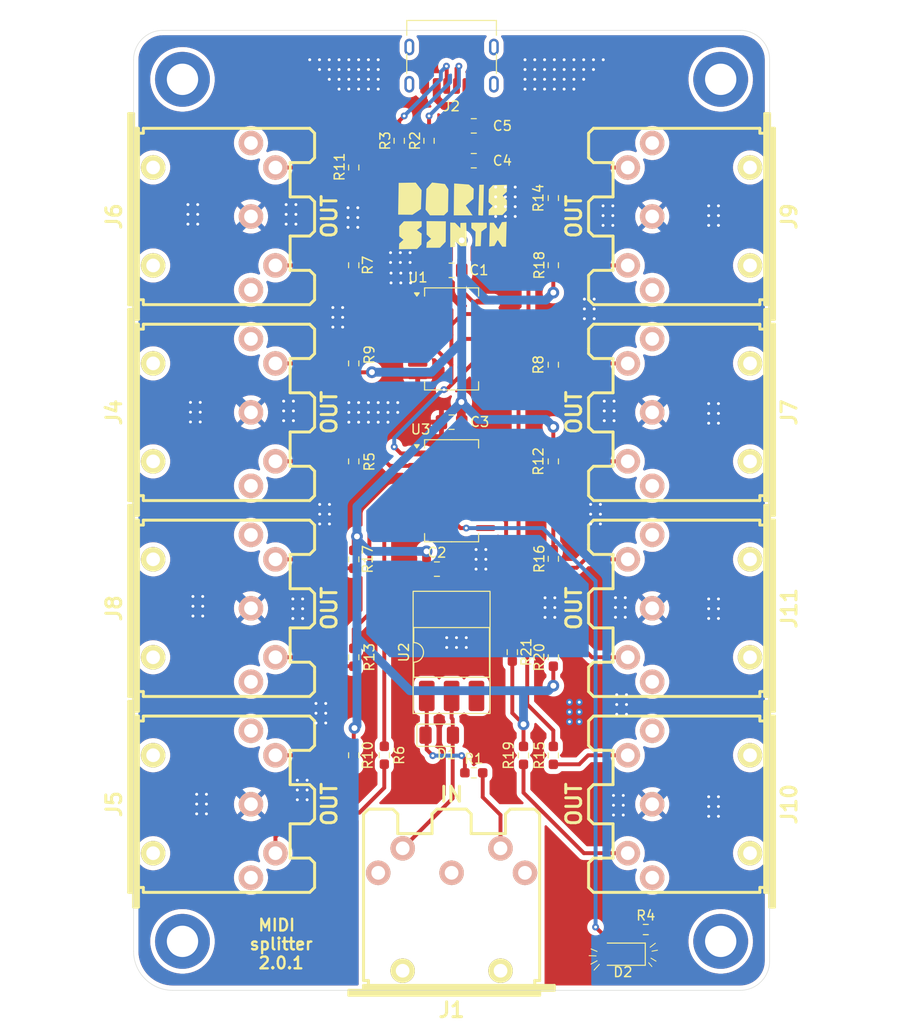
<source format=kicad_pcb>
(kicad_pcb (version 20241229) (generator "pcbnew") (generator_version "9.0")
  (layers (0 "F.Cu" signal) (2 "B.Cu" signal) (13 "F.Paste" user) (15 "B.Paste" user) (5 "F.SilkS" user "F.Silkscreen") (7 "B.SilkS" user "B.Silkscreen") (1 "F.Mask" user) (3 "B.Mask" user) (25 "Edge.Cuts" user))
  (net 0 "")
  (net 1 "+5V")
  (net 2 "GND")
  (net 3 "Net-(D1-K)")
  (net 4 "/MIDI_SIG")
  (net 5 "Net-(D2-K)")
  (net 6 "Net-(J1-Pad4)")
  (net 12 "Net-(J2-CC1)")
  (net 14 "Net-(J4-Pad4)")
  (net 15 "Net-(J4-Pad5)")
  (net 18 "Net-(J5-Pad5)")
  (net 19 "Net-(J5-Pad4)")
  (net 23 "Net-(J6-Pad4)")
  (net 24 "Net-(J6-Pad5)")
  (net 26 "Net-(J7-Pad4)")
  (net 27 "Net-(J7-Pad5)")
  (net 31 "Net-(J8-Pad4)")
  (net 33 "Net-(J9-Pad4)")
  (net 36 "Net-(J2-CC2)")
  (net 38 "Net-(J9-Pad5)")
  (net 39 "Net-(J10-Pad4)")
  (net 40 "Net-(J10-Pad5)")
  (net 42 "Net-(D1-A)")
  (net 45 "Net-(J11-Pad5)")
  (net 46 "Net-(J11-Pad4)")
  (net 47 "Net-(J8-Pad5)")
  (net 49 "Net-(R5-Pad2)")
  (net 50 "Net-(R6-Pad2)")
  (net 51 "Net-(R7-Pad2)")
  (net 52 "Net-(R8-Pad2)")
  (net 53 "Net-(R13-Pad2)")
  (net 54 "Net-(R14-Pad2)")
  (net 55 "Net-(R15-Pad2)")
  (net 56 "Net-(R16-Pad2)")
  (net 59 "Net-(R21-Pad1)")
  (footprint "Eurocad:MIDI_DIN5" (layer "F.Cu") (at 197 117 90)
    (property "Reference" "J10")
    (property "Value" "OUT")
  )
  (footprint "Resistor_SMD:R_0603_1608Metric_Pad0.98x0.95mm_HandSolder" (layer "F.Cu") (at 163.5 72 90)
    (property "Reference" "R9")
    (property "Value" "220")
  )
  (footprint "Capacitor_SMD:C_0805_2012Metric_Pad1.18x1.45mm_HandSolder" (layer "F.Cu") (at 172 93)
    (property "Reference" "C2")
    (property "Value" "100n")
  )
  (footprint "Capacitor_SMD:C_0805_2012Metric_Pad1.18x1.45mm_HandSolder" (layer "F.Cu") (at 175.768 51.308)
    (property "Reference" "C4")
    (property "Value" "1u")
  )
  (footprint "Resistor_SMD:R_0603_1608Metric_Pad0.98x0.95mm_HandSolder" (layer "F.Cu") (at 183.896 61.976 90)
    (property "Reference" "R18")
    (property "Value" "220")
  )
  (footprint "Resistor_SMD:R_0603_1608Metric_Pad0.98x0.95mm_HandSolder" (layer "F.Cu") (at 163.5 61.976 -90)
    (property "Reference" "R7")
    (property "Value" "220")
  )
  (footprint "Capacitor_SMD:C_0805_2012Metric_Pad1.18x1.45mm_HandSolder" (layer "F.Cu") (at 175.768 47.752)
    (property "Reference" "C5")
    (property "Value" "100n")
  )
  (footprint "Eurocad:MIDI_DIN5" (layer "F.Cu") (at 150 117 -90)
    (property "Reference" "J5")
    (property "Value" "OUT")
  )
  (footprint "Resistor_SMD:R_0603_1608Metric_Pad0.98x0.95mm_HandSolder" (layer "F.Cu") (at 183.896 91.948 90)
    (property "Reference" "R16")
    (property "Value" "220")
  )
  (footprint "Resistor_SMD:R_0603_1608Metric_Pad0.98x0.95mm_HandSolder" (layer "F.Cu") (at 183.896 55.118 -90)
    (property "Reference" "R14")
    (property "Value" "220")
  )
  (footprint "Resistor_SMD:R_0603_1608Metric_Pad0.98x0.95mm_HandSolder" (layer "F.Cu") (at 168.148 49.276 90)
    (property "Reference" "R3")
    (property "Value" "5.1k")
  )
  (footprint "Resistor_SMD:R_0603_1608Metric_Pad0.98x0.95mm_HandSolder" (layer "F.Cu") (at 183.896 102 90)
    (property "Reference" "R20")
    (property "Value" "220")
  )
  (footprint "Eurocad:MIDI_DIN5" (layer "F.Cu") (at 197 97 90)
    (property "Reference" "J11")
    (property "Value" "OUT")
  )
  (footprint "Eurocad:MIDI_DIN5" (layer "F.Cu") (at 150 57 -90)
    (property "Reference" "J6")
    (property "Value" "OUT")
  )
  (footprint "MountingHole:MountingHole_3.2mm_M3_DIN965_Pad_TopBottom" (layer "F.Cu") (at 146 43)
    (property "Reference" "")
    (property "Value" "MountingHole_3.2mm_M3_DIN965_Pad_TopBottom")
  )
  (footprint "Resistor_SMD:R_0603_1608Metric_Pad0.98x0.95mm_HandSolder" (layer "F.Cu") (at 183.896 72.136 -90)
    (property "Reference" "R8")
    (property "Value" "220")
  )
  (footprint "Resistor_SMD:R_0603_1608Metric_Pad0.98x0.95mm_HandSolder" (layer "F.Cu") (at 175.768 113.792)
    (property "Reference" "R1")
    (property "Value" "220")
  )
  (footprint "LED_SMD:LED_1206_3216Metric" (layer "F.Cu") (at 191.008 132.3086 180)
    (property "Reference" "D2")
    (property "Value" "LED")
  )
  (footprint "MountingHole:MountingHole_3.2mm_M3_DIN965_Pad_TopBottom" (layer "F.Cu") (at 201 131)
    (property "Reference" "")
    (property "Value" "MountingHole_3.2mm_M3_DIN965_Pad_TopBottom")
  )
  (footprint "MountingHole:MountingHole_3.2mm_M3_DIN965_Pad_TopBottom" (layer "F.Cu") (at 146 131)
    (property "Reference" "")
    (property "Value" "MountingHole_3.2mm_M3_DIN965_Pad_TopBottom")
  )
  (footprint "Resistor_SMD:R_0603_1608Metric_Pad0.98x0.95mm_HandSolder" (layer "F.Cu") (at 166.624 112 90)
    (property "Reference" "R6")
    (property "Value" "220")
  )
  (footprint "Resistor_SMD:R_0603_1608Metric_Pad0.98x0.95mm_HandSolder" (layer "F.Cu") (at 183.896 82 -90)
    (property "Reference" "R12")
    (property "Value" "220")
  )
  (footprint "Package_SO:SO-14_5.3x10.2mm_P1.27mm" (layer "F.Cu") (at 173.5 69.5)
    (property "Reference" "U1")
    (property "Value" "74HC14")
  )
  (footprint "Diode_SMD:D_1206_3216Metric" (layer "F.Cu") (at 172.2374 109.9566)
    (property "Reference" "D1")
    (property "Value" "1N4148WT")
  )
  (footprint "Eurocad:MIDI_DIN5" (layer "F.Cu") (at 197 77 90)
    (property "Reference" "J7")
    (property "Value" "OUT")
  )
  (footprint "Capacitor_SMD:C_0805_2012Metric_Pad1.18x1.45mm_HandSolder" (layer "F.Cu") (at 173.5 78 180)
    (property "Reference" "C3")
    (property "Value" "100n")
  )
  (footprint "Resistor_SMD:R_0603_1608Metric_Pad0.98x0.95mm_HandSolder" (layer "F.Cu") (at 163.5 52 90)
    (property "Reference" "R11")
    (property "Value" "220")
  )
  (footprint "Package_DIP:DIP-6_W8.89mm_SMDSocket_LongPads" (layer "F.Cu") (at 173.5 101.5 90)
    (property "Reference" "U2")
    (property "Value" "H11L1")
  )
  (footprint "Resistor_SMD:R_0603_1608Metric_Pad0.98x0.95mm_HandSolder" (layer "F.Cu") (at 180.848 112.014 -90)
    (property "Reference" "R19")
    (property "Value" "220")
  )
  (footprint "MountingHole:MountingHole_3.2mm_M3_DIN965_Pad_TopBottom" (layer "F.Cu") (at 201 43)
    (property "Reference" "")
    (property "Value" "MountingHole_3.2mm_M3_DIN965_Pad_TopBottom")
  )
  (footprint "Capacitor_SMD:C_0805_2012Metric_Pad1.18x1.45mm_HandSolder" (layer "F.Cu") (at 173.5 62.5 180)
    (property "Reference" "C1")
    (property "Value" "100n")
  )
  (footprint "Eurocad:MIDI_DIN5" (layer "F.Cu") (at 150 77 -90)
    (property "Reference" "J4")
    (property "Value" "OUT")
  )
  (footprint "Resistor_SMD:R_0603_1608Metric_Pad0.98x0.95mm_HandSolder" (layer "F.Cu") (at 163.5 112 -90)
    (property "Reference" "R10")
    (property "Value" "220")
  )
  (footprint "Eurocad:MIDI_DIN5" (layer "F.Cu") (at 197 57 90)
    (property "Reference" "J9")
    (property "Value" "OUT")
  )
  (footprint "Resistor_SMD:R_0603_1608Metric_Pad0.98x0.95mm_HandSolder" (layer "F.Cu") (at 171.196 49.276 90)
    (property "Reference" "R2")
    (property "Value" "5.1k")
  )
  (footprint "Resistor_SMD:R_0603_1608Metric_Pad0.98x0.95mm_HandSolder" (layer "F.Cu") (at 163.5 92 -90)
    (property "Reference" "R17")
    (property "Value" "220")
  )
  (footprint "Resistor_SMD:R_0603_1608Metric_Pad0.98x0.95mm_HandSolder" (layer "F.Cu") (at 163.5 82 90)
    (property "Reference" "R5")
    (property "Value" "220")
  )
  (footprint "Resistor_SMD:R_0603_1608Metric_Pad0.98x0.95mm_HandSolder" (layer "F.Cu") (at 183.896 112.014 90)
    (property "Reference" "R15")
    (property "Value" "220")
  )
  (footprint "Connector_USB:USB_C_Receptacle_HRO_TYPE-C-31-M-17" (layer "F.Cu") (at 173.5 40.5 180)
    (property "Reference" "J2")
    (property "Value" "USB_power")
  )
  (footprint "Package_SO:SO-14_5.3x10.2mm_P1.27mm" (layer "F.Cu") (at 173.5 85)
    (property "Reference" "U3")
    (property "Value" "74HC14")
  )
  (footprint "Resistor_SMD:R_0603_1608Metric_Pad0.98x0.95mm_HandSolder" (layer "F.Cu") (at 179.705 101.473 -90)
    (property "Reference" "R21")
    (property "Value" "470")
  )
  (footprint "Resistor_SMD:R_0603_1608Metric_Pad0.98x0.95mm_HandSolder" (layer "F.Cu") (at 163.5 102 90)
    (property "Reference" "R13")
    (property "Value" "220")
  )
  (footprint "Eurocad:MIDI_DIN5" (layer "F.Cu") (at 150 97 -90)
    (property "Reference" "J8")
    (property "Value" "OUT")
  )
  (footprint "Eurocad:MIDI_DIN5" (layer "F.Cu") (at 173.5 127)
    (property "Reference" "J1")
    (property "Value" "IN")
  )
  (footprint "Resistor_SMD:R_0603_1608Metric_Pad0.98x0.95mm_HandSolder" (layer "F.Cu") (at 193.3448 129.794)
    (property "Reference" "R4")
    (property "Value" "220")
  )
  (gr_poly (pts (xy 172.815317 53.685626) (xy 173.174147 54.237668) (xy 173.132743 56.487249) (xy 172.71871 56.887481) (xy 171.297195 56.887481) (xy 170.841757 56.307836) (xy 170.924564 54.182464) (xy 171.504211 53.533811)) (fill yes) (layer "F.SilkS"))
  (gr_line (start 188.595 133.35) (end 188.0616 133.9342) (stroke (width 0.1)) (layer "F.SilkS"))
  (gr_poly (pts (xy 173.848392 57.637213) (xy 174.394888 58.191389) (xy 174.394888 57.656732) (xy 174.999937 57.637213) (xy 175.05849 60.023112) (xy 174.433923 60.042631) (xy 173.874809 59.552522) (xy 173.867909 60.101183) (xy 173.360449 60.140217) (xy 173.360449 57.617696)) (fill yes) (layer "F.SilkS"))
  (gr_poly (pts (xy 176.763721 55.297004) (xy 176.736551 56.371335) (xy 176.723451 56.733668) (xy 176.711968 56.884133) (xy 176.708153 56.88895) (xy 176.701994 56.893075) (xy 176.693651 56.896543) (xy 176.683287 56.89939) (xy 176.65714 56.903359) (xy 176.624848 56.905267) (xy 176.587703 56.905395) (xy 176.547001 56.904027) (xy 176.460097 56.897935) (xy 176.374487 56.889256) (xy 176.300522 56.880253) (xy 176.228929 56.870333) (xy 176.325536 53.765082) (xy 176.794774 53.751278)) (fill yes) (layer "F.SilkS"))
  (gr_line (start 193.6369 133.1849) (end 193.9671 133.5659) (stroke (width 0.1)) (layer "F.SilkS"))
  (gr_poly (pts (xy 179.063312 60.0864) (xy 178.672956 60.0864) (xy 178.204531 59.403282) (xy 177.872729 60.008331) (xy 177.345751 60.066883) (xy 177.409039 57.635826) (xy 177.818912 57.635826) (xy 178.267821 58.29943) (xy 178.638656 57.577274) (xy 179.1266 57.538238)) (fill yes) (layer "F.SilkS"))
  (gr_line (start 193.8782 132.715) (end 194.3862 133.0198) (stroke (width 0.1)) (layer "F.SilkS"))
  (gr_line (start 193.9798 132.0038) (end 194.5386 131.9022) (stroke (width 0.1)) (layer "F.SilkS"))
  (gr_line (start 188.3664 132.9835) (end 187.7314 133.3246) (stroke (width 0.1)) (layer "F.SilkS"))
  (gr_poly (pts (xy 179.14333 54.482743) (xy 178.715496 54.869174) (xy 179.150231 55.33151) (xy 179.143331 56.387296) (xy 178.687894 56.856534) (xy 177.280182 56.870333) (xy 177.293982 56.33209) (xy 177.694214 55.918057) (xy 177.273281 55.538525) (xy 177.307784 54.22052) (xy 177.721815 53.792687) (xy 178.439525 53.781282) (xy 178.807407 53.774221) (xy 179.157131 53.765086)) (fill yes) (layer "F.SilkS"))
  (gr_poly (pts (xy 170.437364 54.314758) (xy 170.368358 56.246914) (xy 169.498888 56.82656) (xy 168.03597 56.81276) (xy 168.091175 53.569498) (xy 169.830115 53.541895)) (fill yes) (layer "F.SilkS"))
  (gr_line (start 188.2648 132.4864) (end 187.5536 132.461) (stroke (width 0.1)) (layer "F.SilkS"))
  (gr_poly (pts (xy 177.092057 57.634849) (xy 177.096586 58.139943) (xy 176.545557 58.54589) (xy 176.487004 60.025483) (xy 175.916254 60.056435) (xy 175.948389 58.551605) (xy 175.515652 58.178974) (xy 175.515652 57.632478)) (fill yes) (layer "F.SilkS"))
  (gr_line (start 193.7893 131.5974) (end 194.3227 131.191) (stroke (width 0.1)) (layer "F.SilkS"))
  (gr_poly (pts (xy 175.266198 53.740827) (xy 175.763038 54.168662) (xy 175.735436 55.203744) (xy 174.948773 55.88) (xy 175.65263 56.887481) (xy 173.720474 56.887481) (xy 173.736 55.284827) (xy 173.749586 54.168447) (xy 173.761878 53.630419)) (fill yes) (layer "F.SilkS"))
  (gr_poly (pts (xy 172.915703 57.491326) (xy 172.896185 59.579722) (xy 172.303753 60.195224) (xy 170.922933 60.197385) (xy 170.961968 59.650888) (xy 171.410876 59.280052) (xy 170.948167 58.847515) (xy 170.938899 57.471803)) (fill yes) (layer "F.SilkS"))
  (gr_poly (pts (xy 170.440537 58.021648) (xy 169.952594 58.392484) (xy 170.440537 58.743804) (xy 170.42102 59.853169) (xy 169.972112 60.321594) (xy 168.117929 60.341113) (xy 168.137446 59.775098) (xy 168.578473 59.37764) (xy 168.144347 59.019422) (xy 168.14888 57.993472) (xy 168.62539 57.491525) (xy 170.440537 57.491523)) (fill yes) (layer "F.SilkS"))
  (gr_line (start 188.3664 132.0292) (end 187.7568 131.7752) (stroke (width 0.1)) (layer "F.SilkS"))
  (gr_arc (start 141 41) (mid 141.87868 38.87868) (end 144 38) (stroke (width 0.05)) (layer "Edge.Cuts"))
  (gr_line (start 145 136) (end 203 136) (stroke (width 0.05)) (layer "Edge.Cuts"))
  (gr_arc (start 145 136) (mid 142.171573 134.828427) (end 141 132) (stroke (width 0.05)) (layer "Edge.Cuts"))
  (gr_arc (start 203 38) (mid 205.12132 38.87868) (end 206 41) (stroke (width 0.05)) (layer "Edge.Cuts"))
  (gr_arc (start 206 133) (mid 205.12132 135.12132) (end 203 136) (stroke (width 0.05)) (layer "Edge.Cuts"))
  (gr_line (start 206 133) (end 206 41) (stroke (width 0.05)) (layer "Edge.Cuts"))
  (gr_line (start 203 38) (end 144 38) (stroke (width 0.05)) (layer "Edge.Cuts"))
  (gr_line (start 141 132) (end 141 41) (stroke (width 0.05)) (layer "Edge.Cuts"))
  (gr_text "MIDI \nsplitter\n2.0.1" (at 156.083 133.9088 0) (layer "F.SilkS") (effects (font (size 1.2 1.2) (thickness 0.24) (bold yes)) (justify bottom)))
  (segment (start 170.96 97.055) (end 170.96 94.0025) (width 0.4) (layer "F.Cu") (net 1))
  (segment (start 175.02 43.68) (end 175.02 45.72) (width 0.8) (layer "F.Cu") (net 1))
  (segment (start 173.6555 52.9125) (end 174.5375 52.0305) (width 0.4) (layer "F.Cu") (net 1))
  (segment (start 163.5 52.9125) (end 173.6555 52.9125) (width 0.4) (layer "F.Cu") (net 1))
  (segment (start 183.896 102.9125) (end 183.896 104.902) (width 0.4) (layer "F.Cu") (net 1))
  (segment (start 163.5 89.992) (end 163.83 89.662) (width 0.4) (layer "F.Cu") (net 1))
  (segment (start 170.942 91.186) (end 170.942 92.9795) (width 0.9) (layer "F.Cu") (net 1))
  (segment (start 183.896 62.8885) (end 183.896 64.77) (width 0.4) (layer "F.Cu") (net 1))
  (segment (start 170.9625 94) (end 170.9625 93) (width 0.4) (layer "F.Cu") (net 1))
  (segment (start 163.5 109.296) (end 163.576 109.22) (width 0.4) (layer "F.Cu") (net 1))
  (segment (start 172.72 45.72) (end 175.02 45.72) (width 0.8) (layer "F.Cu") (net 1))
  (segment (start 179.705 102.3855) (end 179.705 107.696) (width 0.4) (layer "F.Cu") (net 1))
  (segment (start 165.3395 72.9125) (end 165.354 72.898) (width 0.4) (layer "F.Cu") (net 1))
  (segment (start 183.896 81.0875) (end 183.896 78.486) (width 0.4) (layer "F.Cu") (net 1))
  (segment (start 163.5 72.9125) (end 165.3395 72.9125) (width 0.4) (layer "F.Cu") (net 1))
  (segment (start 174.5375 78) (end 174.5375 80.0495) (width 0.4) (layer "F.Cu") (net 1))
  (segment (start 174.7305 51.308) (end 174.7305 51.8375) (width 0.8) (layer "F.Cu") (net 1))
  (segment (start 174.5375 52.0305) (end 174.5375 62.5) (width 0.8) (layer "F.Cu") (net 1))
  (segment (start 170.96 94.0025) (end 170.9625 94) (width 0.4) (layer "F.Cu") (net 1))
  (segment (start 171.98 44.98) (end 172.72 45.72) (width 0.8) (layer "F.Cu") (net 1))
  (segment (start 170.942 92.9795) (end 170.9625 93) (width 0.9) (layer "F.Cu") (net 1))
  (segment (start 163.5 111.0875) (end 163.5 109.296) (width 0.4) (layer "F.Cu") (net 1))
  (segment (start 174.7305 46.0095) (end 174.7305 47.752) (width 0.8) (layer "F.Cu") (net 1))
  (segment (start 179.705 107.696) (end 180.848 108.839) (width 0.4) (layer "F.Cu") (net 1))
  (segment (start 174.5375 64.5555) (end 175.672 65.69) (width 0.4) (layer "F.Cu") (net 1))
  (segment (start 174.7305 51.8375) (end 174.5375 52.0305) (width 0.8) (layer "F.Cu") (net 1))
  (segment (start 175.02 45.72) (end 174.7305 46.0095) (width 0.8) (layer "F.Cu") (net 1))
  (segment (start 174.498 77.9605) (end 174.5375 78) (width 0.9) (layer "F.Cu") (net 1))
  (segment (start 174.498 75.946) (end 174.498 77.9605) (width 0.9) (layer "F.Cu") (net 1))
  (segment (start 174.7305 51.308) (end 174.7305 47.752) (width 0.8) (layer "F.Cu") (net 1))
  (segment (start 174.5375 80.0495) (end 175.678 81.19) (width 0.4) (layer "F.Cu") (net 1))
  (segment (start 171.98 43.68) (end 171.98 44.98) (width 0.8) (layer "F.Cu") (net 1))
  (segment (start 175.672 65.69) (end 176.9625 65.69) (width 0.4) (layer "F.Cu") (net 1))
  (segment (start 174.5375 62.5) (end 174.5375 64.5555) (width 0.4) (layer "F.Cu") (net 1))
  (segment (start 175.678 81.19) (end 176.9625 81.19) (width 0.4) (layer "F.Cu") (net 1))
  (segment (start 163.5 91.0875) (end 163.5 89.992) (width 0.4) (layer "F.Cu") (net 1))
  (segment (start 180.848 111.1015) (end 180.848 108.839) (width 0.4) (layer "F.Cu") (net 1))
  (via (at 170.942 91.186) (size 1.2) (drill 0.6) (layers "F.Cu" "B.Cu") (net 1))
  (via (at 174.498 75.946) (size 1.2) (drill 0.6) (layers "F.Cu" "B.Cu") (net 1))
  (via (at 183.896 64.77) (size 1.2) (drill 0.6) (layers "F.Cu" "B.Cu") (net 1))
  (via (at 163.576 109.22) (size 1.2) (drill 0.6) (layers "F.Cu" "B.Cu") (net 1))
  (via (at 180.848 108.839) (size 1.2) (drill 0.6) (layers "F.Cu" "B.Cu") (net 1))
  (via (at 183.896 104.902) (size 1.2) (drill 0.6) (layers "F.Cu" "B.Cu") (net 1))
  (via (at 174.5375 59.436) (size 1.2) (drill 0.6) (layers "F.Cu" "B.Cu") (net 1))
  (via (at 163.83 89.662) (size 1.2) (drill 0.6) (layers "F.Cu" "B.Cu") (net 1))
  (via (at 183.896 78.486) (size 1.2) (drill 0.6) (layers "F.Cu" "B.Cu") (net 1))
  (via (at 165.354 72.898) (size 1.2) (drill 0.6) (layers "F.Cu" "B.Cu") (net 1))
  (segment (start 177.038 65.532) (end 183.134 65.532) (width 0.9) (layer "B.Cu") (net 1))
  (segment (start 183.388 105.41) (end 183.896 104.902) (width 0.9) (layer "B.Cu") (net 1))
  (segment (start 174.498 75.946) (end 176.276 77.724) (width 0.9) (layer "B.Cu") (net 1))
  (segment (start 174.5375 59.436) (end 174.5375 61.468) (width 0.9) (layer "B.Cu") (net 1))
  (segment (start 170.942 91.186) (end 165.016 91.186) (width 0.9) (layer "B.Cu") (net 1))
  (segment (start 174.498 75.946) (end 163.83 86.614) (width 0.9) (layer "B.Cu") (net 1))
  (segment (start 174.5375 69.8105) (end 171.45 72.898) (width 0.9) (layer "B.Cu") (net 1))
  (segment (start 174.5375 69.596) (end 174.5375 72.39) (width 0.9) (layer "B.Cu") (net 1))
  (segment (start 163.83 100) (end 163.83 108.966) (width 0.9) (layer "B.Cu") (net 1))
  (segment (start 183.134 65.532) (end 183.896 64.77) (width 0.9) (layer "B.Cu") (net 1))
  (segment (start 182.118 77.724) (end 183.134 77.724) (width 0.9) (layer "B.Cu") (net 1))
  (segment (start 183.134 77.724) (end 183.896 78.486) (width 0.9) (layer "B.Cu") (net 1))
  (segment (start 174.5375 63.0315) (end 177.038 65.532) (width 0.9) (layer "B.Cu") (net 1))
  (segment (start 174.5375 69.596) (end 174.5375 69.8105) (width 0.9) (layer "B.Cu") (net 1))
  (segment (start 180.848 105.41) (end 169.24 105.41) (width 0.9) (layer "B.Cu") (net 1))
  (segment (start 174.5375 72.39) (end 174.5375 75.9065) (width 0.9) (layer "B.Cu") (net 1))
  (segment (start 171.45 72.898) (end 165.354 72.898) (width 0.9) (layer "B.Cu") (net 1))
  (segment (start 163.83 108.966) (end 163.576 109.22) (width 0.9) (layer "B.Cu") (net 1))
  (segment (start 163.83 86.614) (end 163.83 89.662) (width 0.9) (layer "B.Cu") (net 1))
  (segment (start 165.016 91.186) (end 163.83 90) (width 0.9) (layer "B.Cu") (net 1))
  (segment (start 180.848 105.41) (end 180.848 108.839) (width 0.9) (layer "B.Cu") (net 1))
  (segment (start 180.848 105.41) (end 183.388 105.41) (width 0.9) (layer "B.Cu") (net 1))
  (segment (start 163.83 89.662) (end 163.83 90) (width 0.9) (layer "B.Cu") (net 1))
  (segment (start 174.5375 61.468) (end 174.5375 69.596) (width 0.9) (layer "B.Cu") (net 1))
  (segment (start 169.24 105.41) (end 163.83 100) (width 0.9) (layer "B.Cu") (net 1))
  (segment (start 176.276 77.724) (end 182.118 77.724) (width 0.9) (layer "B.Cu") (net 1))
  (segment (start 174.5375 75.9065) (end 174.498 75.946) (width 0.9) (layer "B.Cu") (net 1))
  (segment (start 174.5375 61.468) (end 174.5375 63.0315) (width 0.9) (layer "B.Cu") (net 1))
  (segment (start 163.83 90) (end 163.83 100) (width 0.9) (layer "B.Cu") (net 1))
  (segment (start 176.8055 51.308) (end 176.8055 47.752) (width 0.9) (layer "F.Cu") (net 2))
  (segment (start 171.196 50.1885) (end 168.148 50.1885) (width 0.4) (layer "F.Cu") (net 2))
  (segment (start 173.5 94.4625) (end 173.0375 94) (width 0.4) (layer "F.Cu") (net 2))
  (segment (start 176.8055 46.2495) (end 176.25 45.694) (width 0.9) (layer "F.Cu") (net 2))
  (segment (start 176.8055 47.752) (end 176.8055 46.2495) (width 0.9) (layer "F.Cu") (net 2))
  (segment (start 173.0375 94) (end 173.0375 93) (width 0.4) (layer "F.Cu") (net 2))
  (segment (start 173.5 97.055) (end 173.5 94.4625) (width 0.4) (layer "F.Cu") (net 2))
  (segment (start 176.25 45.694) (end 176.25 43.68) (width 0.9) (layer "F.Cu") (net 2))
  (via (at 163.9156 57.1086) (size 0.7) (drill 0.3) (layers "F.Cu" "B.Cu") (net 2))
  (via (at 189.976 55.912) (size 0.7) (drill 0.3) (layers "F.Cu" "B.Cu") (net 2))
  (via (at 159 41) (size 0.7) (drill 0.3) (layers "F.Cu" "B.Cu") (net 2))
  (via (at 162.9156 56.1086) (size 0.7) (drill 0.3) (layers "F.Cu" "B.Cu") (net 2))
  (via (at 169.259 60.6966) (size 0.7) (drill 0.3) (layers "F.Cu" "B.Cu") (net 2))
  (via (at 175 101) (size 0.7) (drill 0.3) (layers "F.Cu" "B.Cu") (net 2))
  (via (at 157.734 116.5446) (size 0.7) (drill 0.3) (layers "F.Cu" "B.Cu") (net 2))
  (via (at 180 57) (size 0.7) (drill 0.3) (layers "F.Cu" "B.Cu") (net 2))
  (via (at 148.066 97.79) (size 0.7) (drill 0.3) (layers "F.Cu" "B.Cu") (net 2))
  (via (at 168.3098 63.7794) (size 0.7) (drill 0.3) (layers "F.Cu" "B.Cu") (net 2))
  (via (at 169.259 61.6966) (size 0.7) (drill 0.3) (layers "F.Cu" "B.Cu") (net 2))
  (via (at 184 41) (size 0.7) (drill 0.3) (layers "F.Cu" "B.Cu") (net 2))
  (via (at 187.071 67.437) (size 0.7) (drill 0.3) (layers "F.Cu" "B.Cu") (net 2))
  (via (at 190.0428 118.1034) (size 0.7) (drill 0.3) (layers "F.Cu" "B.Cu") (net 2))
  (via (at 190.373 107.823) (size 0.7) (drill 0.3) (layers "F.Cu" "B.Cu") (net 2))
  (via (at 185 43) (size 0.7) (drill 0.3) (layers "F.Cu" "B.Cu") (net 2))
  (via (at 168 77) (size 0.7) (drill 0.3) (layers "F.Cu" "B.Cu") (net 2))
  (via (at 161.3662 67.294) (size 0.7) (drill 0.3) (layers "F.Cu" "B.Cu") (net 2))
  (via (at 200.771 57.912) (size 0.7) (drill 0.3) (layers "F.Cu" "B.Cu") (net 2))
  (via (at 167.259 60.6966) (size 0.7) (drill 0.3) (layers "F.Cu" "B.Cu") (net 2))
  (via (at 187.706 88.392) (size 0.7) (drill 0.3) (layers "F.Cu" "B.Cu") (net 2))
  (via (at 184 44) (size 0.7) (drill 0.3) (layers "F.Cu" "B.Cu") (net 2))
  (via (at 166 42) (size 0.7) (drill 0.3) (layers "F.Cu" "B.Cu") (net 2))
  (via (at 200.771 56.912) (size 0.7) (drill 0.3) (layers "F.Cu" "B.Cu") (net 2))
  (via (at 146.558 55.785) (size 0.7) (drill 0.3) (layers "F.Cu" "B.Cu") (net 2))
  (via (at 165 42) (size 0.7) (drill 0.3) (layers "F.Cu" "B.Cu") (net 2))
  (via (at 161 43) (size 0.7) (drill 0.3) (layers "F.Cu" "B.Cu") (net 2))
  (via (at 188.706 86.392) (size 0.7) (drill 0.3) (layers "F.Cu" "B.Cu") (net 2))
  (via (at 189.103 77.851) (size 0.7) (drill 0.3) (layers "F.Cu" "B.Cu") (net 2))
  (via (at 166 44) (size 0.7) (drill 0.3) (layers "F.Cu" "B.Cu") (net 2))
  (via (at 200.771 116.237) (size 0.7) (drill 0.3) (layers "F.Cu" "B.Cu") (net 2))
  (via (at 200.771 76.105) (size 0.7) (drill 0.3) (layers "F.Cu" "B.Cu") (net 2))
  (via (at 162 41) (size 0.7) (drill 0.3) (layers "F.Cu" "B.Cu") (net 2))
  (via (at 173 100) (size 0.7) (drill 0.3) (layers "F.Cu" "B.Cu") (net 2))
  (via (at 147.558 56.785) (size 0.7) (drill 0.3) (layers "F.Cu" "B.Cu") (net 2))
  (via (at 184.0484 97.9264) (size 0.7) (drill 0.3) (layers "F.Cu" "B.Cu") (net 2))
  (via (at 186 42) (size 0.7) (drill 0.3) (layers "F.Cu" "B.Cu") (net 2))
  (via (at 156.591 56.785) (size 0.7) (drill 0.3) (layers "F.Cu" "B.Cu") (net 2))
  (via (at 165 76) (size 0.7) (drill 0.3) (layers "F.Cu" "B.Cu") (net 2))
  (via (at 147.066 96.79) (size 0.7) (drill 0.3) (layers "F.Cu" "B.Cu") (net 2))
  (via (at 175 100) (size 0.7) (drill 0.3) (layers "F.Cu" "B.Cu") (net 2))
  (via (at 188.706 87.392) (size 0.7) (drill 0.3) (layers "F.Cu" "B.Cu") (net 2))
  (via (at 168.3098 62.7794) (size 0.7) (drill 0.3) (layers "F.Cu" "B.Cu") (net 2))
  (via (at 189.976 56.912) (size 0.7) (drill 0.3) (layers "F.Cu" "B.Cu") (net 2))
  (via (at 162 43) (size 0.7) (drill 0.3) (layers "F.Cu" "B.Cu") (net 2))
  (via (at 164 42) (size 0.7) (drill 0.3) (layers "F.Cu" "B.Cu") (net 2))
  (via (at 180 55) (size 0.7) (drill 0.3) (layers "F.Cu" "B.Cu") (net 2))
  (via (at 162.9156 58.1086) (size 0.7) (drill 0.3) (layers "F.Cu" "B.Cu") (net 2))
  (via (at 177 93) (size 0.7) (drill 0.3) (layers "F.Cu" "B.Cu") (net 2))
  (via (at 147.558 55.785) (size 0.7) (drill 0.3) (layers "F.Cu" "B.Cu") (net 2))
  (via (at 200.771 77.105) (size 0.7) (drill 0.3) (layers "F.Cu" "B.Cu") (net 2))
  (via (at 190.103 77.851) (size 0.7) (drill 0.3) (layers "F.Cu" "B.Cu") (net 2))
  (via (at 186.547 108.585) (size 0.7) (drill 0.3) (layers "F.Cu" "B.Cu") (net 2))
  (via (at 167 77) (size 0.7) (drill 0.3) (layers "F.Cu" "B.Cu") (net 2))
  (via (at 147.447 116.983) (size 0.7) (drill 0.3) (layers "F.Cu" "B.Cu") (net 2))
  (via (at 191.246 95.917) (size 0.7) (drill 0.3) (layers "F.Cu" "B.Cu") (net 2))
  (via (at 189.103 75.851) (size 0.7) (drill 0.3) (layers "F.Cu" "B.Cu") (net 2))
  (via (at 180 54) (size 0.7) (drill 0.3) (layers "F.Cu" "B.Cu") (net 2))
  (via (at 177 92) (size 0.7) (drill 0.3) (layers "F.Cu" "B.Cu") (net 2))
  (via (at 157.2768 96.044) (size 0.7) (drill 0.3) (layers "F.Cu" "B.Cu") (net 2))
  (via (at 162.3662 68.294) (size 0.7) (drill 0.3) (layers "F.Cu" "B.Cu") (net 2))
  (via (at 191.0428 116.1034) (size 0.7) (drill 0.3) (layers "F.Cu" "B.Cu") (net 2))
  (via (at 199.771 77.105) (size 0.7) (drill 0.3) (layers "F.Cu" "B.Cu") (net 2))
  (via (at 157.2768 97.044) (size 0.7) (drill 0.3) (layers "F.Cu" "B.Cu") (net 2))
  (via (at 146.812 76.978) (size 0.7) (drill 0.3) (layers "F.Cu" "B.Cu") (net 2))
  (via (at 183 41) (size 0.7) (drill 0.3) (layers "F.Cu" "B.Cu") (net 2))
  (via (at 189 41) (size 0.7) (drill 0.3) (layers "F.Cu" "B.Cu") (net 2))
  (via (at 185.547 106.585) (size 0.7) (drill 0.3) (layers "F.Cu" "B.Cu") (net 2))
  (via (at 190.246 95.917) (size 0.7) (drill 0.3) (layers "F.Cu" "B.Cu") (net 2))
  (via (at 167.3098 63.7794) (size 0.7) (drill 0.3) (layers "F.Cu" "B.Cu") (net 2))
  (via (at 164 44) (size 0.7) (drill 0.3) (layers "F.Cu" "B.Cu") (net 2))
  (via (at 174 100) (size 0.7) (drill 0.3) (layers "F.Cu" "B.Cu") (net 2))
  (via (at 187 42) (size 0.7) (drill 0.3) (layers "F.Cu" "B.Cu") (net 2))
  (via (at 160.639 107.712) (size 0.7) (drill 0.3) (layers "F.Cu" "B.Cu") (net 2))
  (via (at 163 44) (size 0.7) (drill 0.3) (layers "F.Cu" "B.Cu") (net 2))
  (via (at 188.976 55.912) (size 0.7) (drill 0.3) (layers "F.Cu" "B.Cu") (net 2))
  (via (at 147.066 95.79) (size 0.7) (drill 0.3) (layers "F.Cu" "B.Cu") (net 2))
  (via (at 185 41) (size 0.7) (drill 0.3) (layers "F.Cu" "B.Cu") (net 2))
  (via (at 185.547 108.585) (size 0.7) (drill 0.3) (layers "F.Cu" "B.Cu") (net 2))
  (via (at 162.9156 57.1086) (size 0.7) (drill 0.3) (layers "F.Cu" "B.Cu") (net 2))
  (via (at 164 78) (size 0.7) (drill 0.3) (layers "F.Cu" "B.Cu") (net 2))
  (via (at 199.771 118.237) (size 0.7) (drill 0.3) (layers "F.Cu" "B.Cu") (net 2))
  (via (at 181 41) (size 0.7) (drill 0.3) (layers "F.Cu" "B.Cu") (net 2))
  (via (at 181 42) (size 0.7) (drill 0.3) (layers "F.Cu" "B.Cu") (net 2))
  (via (at 156.337 77.851) (size 0.7) (drill 0.3) (layers "F.Cu" "B.Cu") (net 2))
  (via (at 182 44) (size 0.7) (drill 0.3) (layers "F.Cu" "B.Cu") (net 2))
  (via (at 199.771 116.237) (size 0.7) (drill 0.3) (layers "F.Cu" "B.Cu") (net 2))
  (via (at 178 56) (size 0.7) (drill 0.3) (layers "F.Cu" "B.Cu") (net 2))
  (via (at 166 76) (size 0.7) (drill 0.3) (layers "F.Cu" "B.Cu") (net 2))
  (via (at 176 92) (size 0.7) (drill 0.3) (layers "F.Cu" "B.Cu") (net 2))
  (via (at 199.771 117.237) (size 0.7) (drill 0.3) (layers "F.Cu" "B.Cu") (net 2))
  (via (at 157.337 75.851) (size 0.7) (drill 0.3) (layers "F.Cu" "B.Cu") (net 2))
  (via (at 186.547 106.585) (size 0.7) (drill 0.3) (layers "F.Cu" "B.Cu") (net 2))
  (via (at 183 43) (size 0.7) (drill 0.3) (layers "F.Cu" "B.Cu") (net 2))
  (via (at 168.259 60.6966) (size 0.7) (drill 0.3) (layers "F.Cu" "B.Cu") (net 2))
  (via (at 199.771 97.044) (size 0.7) (drill 0.3) (layers "F.Cu" "B.Cu") (net 2))
  (via (at 199.771 98.044) (size 0.7) (drill 0.3) (layers "F.Cu" "B.Cu") (net 2))
  (via (at 169.3098 62.7794) (size 0.7) (drill 0.3) (layers "F.Cu" "B.Cu") (net 2))
  (via (at 180 56) (size 0.7) (drill 0.3) (layers "F.Cu" "B.Cu") (net 2))
  (via (at 173 101) (size 0.7) (drill 0.3) (layers "F.Cu" "B.Cu") (net 2))
  (via (at 148.447 116.983) (size 0.7) (drill 0.3) (layers "F.Cu" "B.Cu") (net 2))
  (via (at 157.337 77.851) (size 0.7) (drill 0.3) (layers "F.Cu" "B.Cu") (net 2))
  (via (at 199.771 55.912) (size 0.7) (drill 0.3) (layers "F.Cu" "B.Cu") (net 2))
  (via (at 190.246 97.917) (size 0.7) (drill 0.3) (layers "F.Cu" "B.Cu") (net 2))
  (via (at 199.771 56.912) (size 0.7) (drill 0.3) (layers "F.Cu" "B.Cu") (net 2))
  (via (at 199.771 76.105) (size 0.7) (drill 0.3) (layers "F.Cu" "B.Cu") (net 2))
  (via (at 188.071 67.437) (size 0.7) (drill 0.3) (layers "F.Cu" "B.Cu") (net 2))
  (via (at 187.706 86.392) (size 0.7) (drill 0.3) (layers "F.Cu" "B.Cu") (net 2))
  (via (at 200.771 96.044) (size 0.7) (drill 0.3) (layers "F.Cu" "B.Cu") (net 2))
  (via (at 161.3662 66.294) (size 0.7) (drill 0.3) (layers "F.Cu" "B.Cu") (net 2))
  (via (at 189.976 57.912) (size 0.7) (drill 0.3) (layers "F.Cu" "B.Cu") (net 2))
  (via (at 182 41) (size 0.7) (drill 0.3) (layers "F.Cu" "B.Cu") (net 2))
  (via (at 147.812 77.978) (size 0.7) (drill 0.3) (layers "F.Cu" "B.Cu") (net 2))
  (via (at 181 43) (size 0.7) (drill 0.3) (layers "F.Cu" "B.Cu") (net 2))
  (via (at 158.734 116.5446) (size 0.7) (drill 0.3) (layers "F.Cu" "B.Cu") (net 2))
  (via (at 186 43) (size 0.7) (drill 0.3) (layers "F.Cu" "B.Cu") (net 2))
  (via (at 185 42) (size 0.7) (drill 0.3) (layers "F.Cu" "B.Cu") (net 2))
  (via (at 190.246 96.917) (size 0.7) (drill 0.3) (layers "F.Cu" "B.Cu") (net 2))
  (via (at 189.103 76.851) (size 0.7) (drill 0.3) (layers "F.Cu" "B.Cu") (net 2))
  (via (at 188.071 65.437) (size 0.7) (drill 0.3) (layers "F.Cu" "B.Cu") (net 2))
  (via (at 160 41) (size 0.7) (drill 0.3) (layers "F.Cu" "B.Cu") (net 2))
  (via (at 164 76) (size 0.7) (drill 0.3) (layers "F.Cu" "B.Cu") (net 2))
  (via (at 188 42) (size 0.7) (drill 0.3) (layers "F.Cu" "B.Cu") (net 2))
  (via (at 182 42) (size 0.7) (drill 0.3) (layers "F.Cu" "B.Cu") (net 2))
  (via (at 165 41) (size 0.7) (drill 0.3) (layers "F.Cu" "B.Cu") (net 2))
  (via (at 163 77) (size 0.7) (drill 0.3) (layers "F.Cu" "B.Cu") (net 2))
  (via (at 166 43) (size 0.7) (drill 0.3) (layers "F.Cu" "B.Cu") (net 2))
  (via (at 160.639 106.712) (size 0.7) (drill 0.3) (layers "F.Cu" "B.Cu") (net 2))
  (via (at 158.2768 96.044) (size 0.7) (drill 0.3) (layers "F.Cu" "B.Cu") (net 2))
  (via (at 165 44) (size 0.7) (drill 0.3) (layers "F.Cu" "B.Cu") (net 2))
  (via (at 179 56) (size 0.7) (drill 0.3) (layers "F.Cu" "B.Cu") (net 2))
  (via (at 185.547 107.585) (size 0.7) (drill 0.3) (layers "F.Cu" "B.Cu") (net 2))
  (via (at 161.02 86.392) (size 0.7) (drill 0.3) (layers "F.Cu" "B.Cu") (net 2))
  (via (at 183 44) (size 0.7) (drill 0.3) (layers "F.Cu" "B.Cu") (net 2))
  (via (at 161.02 87.392) (size 0.7) (drill 0.3) (layers "F.Cu" "B.Cu") (net 2))
  (via (at 147.447 115.983) (size 0.7) (drill 0.3) (layers "F.Cu" "B.Cu") (net 2))
  (via (at 191.373 106.823) (size 0.7) (drill 0.3) (layers "F.Cu" "B.Cu") (net 2))
  (via (at 184 42) (size 0.7) (drill 0.3) (layers "F.Cu" "B.Cu") (net 2))
  (via (at 164 43) (size 0.7) (drill 0.3) (layers "F.Cu" "B.Cu") (net 2))
  (via (at 167 76) (size 0.7) (drill 0.3) (layers "F.Cu" "B.Cu") (net 2))
  (via (at 184.0484 96.9264) (size 0.7) (drill 0.3) (layers "F.Cu" "B.Cu") (net 2))
  (via (at 166 77) (size 0.7) (drill 0.3) (layers "F.Cu" "B.Cu") (net 2))
  (via (at 177 91) (size 0.7) (drill 0.3) (layers "F.Cu" "B.Cu") (net 2))
  (via (at 200.771 98.044) (size 0.7) (drill 0.3) (layers "F.Cu" "B.Cu") (net 2))
  (via (at 188.976 57.912) (size 0.7) (drill 0.3) (layers "F.Cu" "B.Cu") (net 2))
  (via (at 190.373 105.823) (size 0.7) (drill 0.3) (layers "F.Cu" "B.Cu") (net 2))
  (via (at 162.3662 66.294) (size 0.7) (drill 0.3) (layers "F.Cu" "B.Cu") (net 2))
  (via (at 168.259 61.6966) (size 0.7) (drill 0.3) (layers "F.Cu" "B.Cu") (net 2))
  (via (at 161 41) (size 0.7) (drill 0.3) (layers "F.Cu" "B.Cu") (net 2))
  (via (at 162 44) (size 0.7) (drill 0.3) (layers "F.Cu" "B.Cu") (net 2))
  (via (at 190.0428 117.1034) (size 0.7) (drill 0.3) (layers "F.Cu" "B.Cu") (net 2))
  (via (at 167 78) (size 0.7) (drill 0.3) (layers "F.Cu" "B.Cu") (net 2))
  (via (at 199.771 78.105) (size 0.7) (drill 0.3) (layers "F.Cu" "B.Cu") (net 2))
  (via (at 146.812 77.978) (size 0.7) (drill 0.3) (layers "F.Cu" "B.Cu") (net 2))
  (via (at 183.0484 96.9264) (size 0.7) (drill 0.3) (layers "F.Cu" "B.Cu") (net 2))
  (via (at 179 55) (size 0.7) (drill 0.3) (layers "F.Cu" "B.Cu") (net 2))
  (via (at 158.734 114.5446) (size 0.7) (drill 0.3) (layers "F.Cu" "B.Cu") (net 2))
  (via (at 147.812 75.978) (size 0.7) (drill 0.3) (layers "F.Cu" "B.Cu") (net 2))
  (via (at 160 42) (size 0.7) (drill 0.3) (layers "F.Cu" "B.Cu") (net 2))
  (via (at 147.558 57.785) (size 0.7) (drill 0.3) (layers "F.Cu" "B.Cu") (net 2))
  (via (at 191.373 107.823) (size 0.7) (drill 0.3) (layers "F.Cu" "B.Cu") (net 2))
  (via (at 157.2768 98.044) (size 0.7) (drill 0.3) (layers "F.Cu" "B.Cu") (net 2))
  (via (at 163.9156 56.1086) (size 0.7) (drill 0.3) (layers "F.Cu" "B.Cu") (net 2))
  (via (at 161.3662 68.294) (size 0.7) (drill 0.3) (layers "F.Cu" "B.Cu") (net 2))
  (via (at 181 44) (size 0.7) (drill 0.3) (layers "F.Cu" "B.Cu") (net 2))
  (via (at 168 76) (size 0.7) (drill 0.3) (layers "F.Cu" "B.Cu") (net 2))
  (via (at 186.547 107.585) (size 0.7) (drill 0.3) (layers "F.Cu" "B.Cu") (net 2))
  (via (at 190.103 76.851) (size 0.7) (drill 0.3) (layers "F.Cu" "B.Cu") (net 2))
  (via (at 148.066 95.79) (size 0.7) (drill 0.3) (layers "F.Cu" "B.Cu") (net 2))
  (via (at 162 42) (size 0.7) (drill 0.3) (layers "F.Cu" "B.Cu") (net 2))
  (via (at 185 44) (size 0.7) (drill 0.3) (layers "F.Cu" "B.Cu") (net 2))
  (via (at 187 41) (size 0.7) (drill 0.3) (layers "F.Cu" "B.Cu") (net 2))
  (via (at 167.3098 62.7794) (size 0.7) (drill 0.3) (layers "F.Cu" "B.Cu") (net 2))
  (via (at 157.591 55.785) (size 0.7) (drill 0.3) (layers "F.Cu" "B.Cu") (net 2))
  (via (at 179 57) (size 0.7) (drill 0.3) (layers "F.Cu" "B.Cu") (net 2))
  (via (at 163 76) (size 0.7) (drill 0.3) (layers "F.Cu" "B.Cu") (net 2))
  (via (at 160.639 108.712) (size 0.7) (drill 0.3) (layers "F.Cu" "B.Cu") (net 2))
  (via (at 183.0484 97.9264) (size 0.7) (drill 0.3) (layers "F.Cu" "B.Cu") (net 2))
  (via (at 160.02 87.392) (size 0.7) (drill 0.3) (layers "F.Cu" "B.Cu") (net 2))
  (via (at 146.558 57.785) (size 0.7) (drill 0.3) (layers "F.Cu" "B.Cu") (net 2))
  (via (at 159.639 108.712) (size 0.7) (drill 0.3) (layers "F.Cu" "B.Cu") (net 2))
  (via (at 188 41) (size 0.7) (drill 0.3) (layers "F.Cu" "B.Cu") (net 2))
  (via (at 157.591 56.785) (size 0.7) (drill 0.3) (layers "F.Cu" "B.Cu") (net 2))
  (via (at 200.771 78.105) (size 0.7) (drill 0.3) (layers "F.Cu" "B.Cu") (net 2))
  (via (at 159.639 107.712) (size 0.7) (drill 0.3) (layers "F.Cu" "B.Cu") (net 2))
  (via (at 191.246 97.917) (size 0.7) (drill 0.3) (layers "F.Cu" "B.Cu") (net 2))
  (via (at 156.591 55.785) (size 0.7) (drill 0.3) (layers "F.Cu" "B.Cu") (net 2))
  (via (at 174 101) (size 0.7) (drill 0.3) (layers "F.Cu" "B.Cu") (net 2))
  (via (at 183 42) (size 0.7) (drill 0.3) (layers "F.Cu" "B.Cu") (net 2))
  (via (at 165 78) (size 0.7) (drill 0.3) (layers "F.Cu" "B.Cu") (net 2))
  (via (at 161 42) (size 0.7) (drill 0.3) (layers "F.Cu" "B.Cu") (net 2))
  (via (at 157.591 57.785) (size 0.7) (drill 0.3) (layers "F.Cu" "B.Cu") (net 2))
  (via (at 200.771 117.237) (size 0.7) (drill 0.3) (layers "F.Cu" "B.Cu") (net 2))
  (via (at 148.066 96.79) (size 0.7) (drill 0.3) (layers "F.Cu" "B.Cu") (net 2))
  (via (at 165 43) (size 0.7) (drill 0.3) (layers "F.Cu" "B.Cu") (net 2))
  (via (at 169.3098 63.7794) (size 0.7) (drill 0.3) (layers "F.Cu" "B.Cu") (net 2))
  (via (at 183.0484 95.9264) (size 0.7) (drill 0.3) (layers "F.Cu" "B.Cu") (net 2))
  (via (at 158.2768 97.044) (size 0.7) (drill 0.3) (layers "F.Cu" "B.Cu") (net 2))
  (via (at 187 43) (size 0.7) (drill 0.3) (layers "F.Cu" "B.Cu") (net 2))
  (via (at 160.02 86.392) (size 0.7) (drill 0.3) (layers "F.Cu" "B.Cu") (net 2))
  (via (at 147.066 97.79) (size 0.7) (drill 0.3) (layers "F.Cu" "B.Cu") (net 2))
  (via (at 200.771 118.237) (size 0.7) (drill 0.3) (layers "F.Cu" "B.Cu") (net 2))
  (via (at 200.771 97.044) (size 0.7) (drill 0.3) (layers "F.Cu" "B.Cu") (net 2))
  (via (at 179 54) (size 0.7) (drill 0.3) (layers "F.Cu" "B.Cu") (net 2))
  (via (at 163 43) (size 0.7) (drill 0.3) (layers "F.Cu" "B.Cu") (net 2))
  (via (at 146.558 56.785) (size 0.7) (drill 0.3) (layers "F.Cu" "B.Cu") (net 2))
  (via (at 159.639 106.712) (size 0.7) (drill 0.3) (layers "F.Cu" "B.Cu") (net 2))
  (via (at 188.976 56.912) (size 0.7) (drill 0.3) (layers "F.Cu" "B.Cu") (net 2))
  (via (at 191.0428 118.1034) (size 0.7) (drill 0.3) (layers "F.Cu" "B.Cu") (net 2))
  (via (at 176 91) (size 0.7) (drill 0.3) (layers "F.Cu" "B.Cu") (net 2))
  (via (at 178 57) (size 0.7) (drill 0.3) (layers "F.Cu" "B.Cu") (net 2))
  (via (at 156.337 75.851) (size 0.7) (drill 0.3) (layers "F.Cu" "B.Cu") (net 2))
  (via (at 184.0484 95.9264) (size 0.7) (drill 0.3) (layers "F.Cu" "B.Cu") (net 2))
  (via (at 178 54) (size 0.7) (drill 0.3) (layers "F.Cu" "B.Cu") (net 2))
  (via (at 178 55) (size 0.7) (drill 0.3) (layers "F.Cu" "B.Cu") (net 2))
  (via (at 163 78) (size 0.7) (drill 0.3) (layers "F.Cu" "B.Cu") (net 2))
  (via (at 199.771 57.912) (size 0.7) (drill 0.3) (layers "F.Cu" "B.Cu") (net 2))
  (via (at 190.0428 116.1034) (size 0.7) (drill 0.3) (layers "F.Cu" "B.Cu") (net 2))
  (via (at 200.771 55.912) (size 0.7) (drill 0.3) (layers "F.Cu" "B.Cu") (net 2))
  (via (at 163 42) (size 0.7) (drill 0.3) (layers "F.Cu" "B.Cu") (net 2))
  (via (at 191.0428 117.1034) (size 0.7) (drill 0.3) (layers "F.Cu" "B.Cu") (net 2))
  (via (at 147.812 76.978) (size 0.7) (drill 0.3) (layers "F.Cu" "B.Cu") (net 2))
  (via (at 148.447 117.983) (size 0.7) (drill 0.3) (layers "F.Cu" "B.Cu") (net 2))
  (via (at 199.771 96.044) (size 0.7) (drill 0.3) (layers "F.Cu" "B.Cu") (net 2))
  (via (at 147.447 117.983) (size 0.7) (drill 0.3) (layers "F.Cu" "B.Cu") (net 2))
  (via (at 182 43) (size 0.7) (drill 0.3) (layers "F.Cu" "B.Cu") (net 2))
  (via (at 176 93) (size 0.7) (drill 0.3) (layers "F.Cu" "B.Cu") (net 2))
  (via (at 190.373 106.823) (size 0.7) (drill 0.3) (layers "F.Cu" "B.Cu") (net 2))
  (via (at 186 41) (size 0.7) (drill 0.3) (layers "F.Cu" "B.Cu") (net 2))
  (via (at 163 41) (size 0.7) (drill 0.3) (layers "F.Cu" "B.Cu") (net 2))
  (via (at 191.246 96.917) (size 0.7) (drill 0.3) (layers "F.Cu" "B.Cu") (net 2))
  (via (at 187.071 66.437) (size 0.7) (drill 0.3) (layers "F.Cu" "B.Cu") (net 2))
  (via (at 157.734 114.5446) (size 0.7) (drill 0.3) (layers "F.Cu" "B.Cu") (net 2))
  (via (at 160.02 88.392) (size 0.7) (drill 0.3) (layers "F.Cu" "B.Cu") (net 2))
  (via (at 190.103 75.851) (size 0.7) (drill 0.3) (layers "F.Cu" "B.Cu") (net 2))
  (via (at 166 78) (size 0.7) (drill 0.3) (layers "F.Cu" "B.Cu") (net 2))
  (via (at 157.337 76.851) (size 0.7) (drill 0.3) (layers "F.Cu" "B.Cu") (net 2))
  (via (at 188.071 66.437) (size 0.7) (drill 0.3) (layers "F.Cu" "B.Cu") (net 2))
  (via (at 148.447 115.983) (size 0.7) (drill 0.3) (layers "F.Cu" "B.Cu") (net 2))
  (via (at 165 77) (size 0.7) (drill 0.3) (layers "F.Cu" "B.Cu") (net 2))
  (via (at 166 41) (size 0.7) (drill 0.3) (layers "F.Cu" "B.Cu") (net 2))
  (via (at 157.734 115.5446) (size 0.7) (drill 0.3) (layers "F.Cu" "B.Cu") (net 2))
  (via (at 164 41) (size 0.7) (drill 0.3) (layers "F.Cu" "B.Cu") (net 2))
  (via (at 162.3662 67.294) (size 0.7) (drill 0.3) (layers "F.Cu" "B.Cu") (net 2))
  (via (at 156.337 76.851) (size 0.7) (drill 0.3) (layers "F.Cu" "B.Cu") (net 2))
  (via (at 161.02 88.392) (size 0.7) (drill 0.3) (layers "F.Cu" "B.Cu") (net 2))
  (via (at 158.2768 98.044) (size 0.7) (drill 0.3) (layers "F.Cu" "B.Cu") (net 2))
  (via (at 167.259 61.6966) (size 0.7) (drill 0.3) (layers "F.Cu" "B.Cu") (net 2))
  (via (at 158.734 115.5446) (size 0.7) (drill 0.3) (layers "F.Cu" "B.Cu") (net 2))
  (via (at 146.812 75.978) (size 0.7) (drill 0.3) (layers "F.Cu" "B.Cu") (net 2))
  (via (at 191.373 105.823) (size 0.7) (drill 0.3) (layers "F.Cu" "B.Cu") (net 2))
  (via (at 188.706 88.392) (size 0.7) (drill 0.3) (layers "F.Cu" "B.Cu") (net 2))
  (via (at 187.706 87.392) (size 0.7) (drill 0.3) (layers "F.Cu" "B.Cu") (net 2))
  (via (at 184 43) (size 0.7) (drill 0.3) (layers "F.Cu" "B.Cu") (net 2))
  (via (at 187.071 65.437) (size 0.7) (drill 0.3) (layers "F.Cu" "B.Cu") (net 2))
  (via (at 156.591 57.785) (size 0.7) (drill 0.3) (layers "F.Cu" "B.Cu") (net 2))
  (via (at 163.9156 58.1086) (size 0.7) (drill 0.3) (layers "F.Cu" "B.Cu") (net 2))
  (via (at 164 77) (size 0.7) (drill 0.3) (layers "F.Cu" "B.Cu") (net 2))
  (via (at 186 44) (size 0.7) (drill 0.3) (layers "F.Cu" "B.Cu") (net 2))
  (segment (start 194.00026 57) (end 198.628 61.62774) (width 0.9) (layer "B.Cu") (net 2))
  (segment (start 194.00026 97) (end 198.628 92.37226) (width 0.9) (layer "B.Cu") (net 2))
  (segment (start 194.00026 77) (end 198.628 72.37226) (width 0.9) (layer "B.Cu") (net 2))
  (segment (start 149.098 60.90174) (end 149.098 73.09826) (width 0.9) (layer "B.Cu") (net 2))
  (segment (start 149.098 113.09826) (end 152.99974 117) (width 0.9) (layer "B.Cu") (net 2))
  (segment (start 198.628 72.136) (end 198.628 89.662) (width 0.9) (layer "B.Cu") (net 2))
  (segment (start 149.098 73.09826) (end 152.99974 77) (width 0.9) (layer "B.Cu") (net 2))
  (segment (start 149.098 73.09826) (end 149.098 93.09826) (width 0.9) (layer "B.Cu") (net 2))
  (segment (start 152.99974 57) (end 149.098 60.90174) (width 0.9) (layer "B.Cu") (net 2))
  (segment (start 149.098 93.09826) (end 152.99974 97) (width 0.9) (layer "B.Cu") (net 2))
  (segment (start 198.628 92.37226) (end 198.628 89.662) (width 0.9) (layer "B.Cu") (net 2))
  (segment (start 198.628 112.37226) (end 194.00026 117) (width 0.9) (layer "B.Cu") (net 2))
  (segment (start 198.628 61.62774) (end 198.628 72.136) (width 0.9) (layer "B.Cu") (net 2))
  (segment (start 198.628 72.37226) (end 198.628 72.136) (width 0.9) (layer "B.Cu") (net 2))
  (segment (start 198.628 89.662) (end 198.628 112.37226) (width 0.9) (layer "B.Cu") (net 2))
  (segment (start 149.098 93.09826) (end 149.098 113.09826) (width 0.9) (layer "B.Cu") (net 2))
  (segment (start 174.8555 113.792) (end 174.8555 112.3715) (width 0.4) (layer "F.Cu") (net 3))
  (segment (start 170.96 111.4224) (end 171.577 112.0394) (width 0.4) (layer "F.Cu") (net 3))
  (segment (start 170.96 105.945) (end 170.96 111.4224) (width 0.4) (layer "F.Cu") (net 3))
  (segment (start 174.8555 112.3715) (end 174.5234 112.0394) (width 0.4) (layer "F.Cu") (net 3))
  (via (at 171.577 112.0394) (size 0.7) (drill 0.3) (layers "F.Cu" "B.Cu") (net 3))
  (via (at 174.5234 112.0394) (size 0.7) (drill 0.3) (layers "F.Cu" "B.Cu") (net 3))
  (segment (start 174.5234 112.0394) (end 171.577 112.0394) (width 0.4) (layer "B.Cu") (net 3))
  (segment (start 168.312 81.19) (end 167.64 80.518) (width 0.4) (layer "F.Cu") (net 4))
  (segment (start 173.228 84.836) (end 173.228 86.36) (width 0.4) (layer "F.Cu") (net 4))
  (segment (start 171.868 81.19) (end 173.228 82.55) (width 0.4) (layer "F.Cu") (net 4))
  (segment (start 172.122 83.73) (end 173.228 84.836) (width 0.4) (layer "F.Cu") (net 4))
  (segment (start 170.0375 81.19) (end 168.312 81.19) (width 0.4) (layer "F.Cu") (net 4))
  (segment (start 175.61 72.04) (end 176.9625 72.04) (width 0.4) (layer "F.Cu") (net 4))
  (segment (start 174.594 66.96) (end 176.9625 66.96) (width 0.4) (layer "F.Cu") (net 4))
  (segment (start 172.116 70.77) (end 170.0375 70.77) (width 0.4) (layer "F.Cu") (net 4))
  (segment (start 173.482 74.168) (end 175.61 72.04) (width 0.4) (layer "F.Cu") (net 4))
  (segment (start 172.72 74.676) (end 172.974 74.676) (width 0.4) (layer "F.Cu") (net 4))
  (segment (start 173.482 74.168) (end 173.482 72.136) (width 0.4) (layer "F.Cu") (net 4))
  (segment (start 176.9625 88.81) (end 175 88.81) (width 0.4) (layer "F.Cu") (net 4))
  (segment (start 189.608 130.934) (end 188.214 129.54) (width 0.4) (layer "F.Cu") (net 4))
  (segment (start 173.482 69.088) (end 173.482 68.072) (width 0.4) (layer "F.Cu") (net 4))
  (segment (start 173.482 72.136) (end 172.116 70.77) (width 0.4) (layer "F.Cu") (net 4))
  (segment (start 172.624 65.69) (end 170.0375 65.69) (width 0.4) (layer "F.Cu") (net 4))
  (segment (start 176.9625 85) (end 174.588 85) (width 0.4) (layer "F.Cu") (net 4))
  (segment (start 173.228 82.55) (end 173.228 83.566) (width 0.4) (layer "F.Cu") (net 4))
  (segment (start 172.974 74.676) (end 173.482 74.168) (width 0.4) (layer "F.Cu") (net 4))
  (segment (start 172.624 68.23) (end 170.0375 68.23) (width 0.4) (layer "F.Cu") (net 4))
  (segment (start 176.9625 88.81) (end 174.408 88.81) (width 0.4) (layer "F.Cu") (net 4))
  (segment (start 173.482 68.072) (end 174.594 66.96) (width 0.4) (layer "F.Cu") (net 4))
  (segment (start 173.228 83.566) (end 173.228 84.836) (width 0.4) (layer "F.Cu") (net 4))
  (segment (start 173.228 87.63) (end 171.868 86.27) (width 0.4) (layer "F.Cu") (net 4))
  (segment (start 173.482 72.136) (end 173.482 70.866) (width 0.4) (layer "F.Cu") (net 4))
  (segment (start 174.334 82.46) (end 173.228 83.566) (width 0.4) (layer "F.Cu") (net 4))
  (segment (start 173.482 69.088) (end 172.624 68.23) (width 0.4) (layer "F.Cu") (net 4))
  (segment (start 173.482 70.866) (end 173.482 69.088) (width 0.4) (layer "F.Cu") (net 4))
  (segment (start 170.0375 81.19) (end 171.868 81.19) (width 0.4) (layer "F.Cu") (net 4))
  (segment (start 173.482 66.548) (end 172.624 65.69) (width 0.4) (layer "F.Cu") (net 4))
  (segment (start 176.9625 82.46) (end 174.334 82.46) (width 0.4) (layer "F.Cu") (net 4))
  (segment (start 174.408 88.81) (end 173.228 87.63) (width 0.4) (layer "F.Cu") (net 4))
  (segment (start 174.588 85) (end 173.228 86.36) (width 0.4) (layer "F.Cu") (net 4))
  (segment (start 174.848 69.5) (end 176.9625 69.5) (width 0.4) (layer "F.Cu") (net 4))
  (segment (start 189.608 132.3086) (end 189.608 130.934) (width 0.4) (layer "F.Cu") (net 4))
  (segment (start 173.228 86.36) (end 173.228 87.63) (width 0.4) (layer "F.Cu") (net 4))
  (segment (start 173.482 70.866) (end 174.848 69.5) (width 0.4) (layer "F.Cu") (net 4))
  (segment (start 170.0375 83.73) (end 172.122 83.73) (width 0.4) (layer "F.Cu") (net 4))
  (segment (start 171.868 86.27) (end 170.0375 86.27) (width 0.4) (layer "F.Cu") (net 4))
  (segment (start 173.482 68.072) (end 173.482 66.548) (width 0.4) (layer "F.Cu") (net 4))
  (via (at 175 88.81) (size 0.7) (drill 0.3) (layers "F.Cu" "B.Cu") (net 4))
  (via (at 172.72 74.676) (size 0.7) (drill 0.3) (layers "F.Cu" "B.Cu") (net 4))
  (via (at 188.214 129.54) (size 0.7) (drill 0.3) (layers "F.Cu" "B.Cu") (net 4))
  (via (at 167.64 80.518) (size 0.7) (drill 0.3) (layers "F.Cu" "B.Cu") (net 4))
  (segment (start 188.214 129.54) (end 188.214 94.214) (width 0.4) (layer "B.Cu") (net 4))
  (segment (start 167.64 79.627537) (end 167.64 80.518) (width 0.4) (layer "B.Cu") (net 4))
  (segment (start 172.591537 74.676) (end 167.64 79.627537) (width 0.4) (layer "B.Cu") (net 4))
  (segment (start 188.214 94.214) (end 182.81 88.81) (width 0.4) (layer "B.Cu") (net 4))
  (segment (start 182.81 88.81) (end 175 88.81) (width 0.4) (layer "B.Cu") (net 4))
  (segment (start 172.72 74.676) (end 172.591537 74.676) (width 0.4) (layer "B.Cu") (net 4))
  (segment (start 192.4323 129.8194) (end 192.4323 129.794) (width 0.4) (layer "F.Cu") (net 5))
  (segment (start 192.408 129.8437) (end 192.4323 129.8194) (width 0.4) (layer "F.Cu") (net 5))
  (segment (start 192.408 132.3086) (end 192.408 129.8437) (width 0.4) (layer "F.Cu") (net 5))
  (segment (start 178.49618 118.09593) (end 178.49618 121.5009) (width 0.4) (layer "F.Cu") (net 6))
  (segment (start 176.6805 116.28025) (end 178.49618 118.09593) (width 0.4) (layer "F.Cu") (net 6))
  (segment (start 176.6805 113.792) (end 176.6805 116.28025) (width 0.4) (layer "F.Cu") (net 6))
  (segment (start 174 41.9) (end 174 43.68) (width 0.4) (layer "F.Cu") (net 12))
  (segment (start 171.196 48.3635) (end 171.196 46.736) (width 0.4) (layer "F.Cu") (net 12))
  (segment (start 174.244 41.656) (end 174 41.9) (width 0.4) (layer "F.Cu") (net 12))
  (via (at 174.244 41.656) (size 0.7) (drill 0.3) (layers "F.Cu" "B.Cu") (net 12))
  (via (at 171.196 46.736) (size 0.7) (drill 0.3) (layers "F.Cu" "B.Cu") (net 12))
  (segment (start 171.196 46.736) (end 174.244 43.688) (width 0.4) (layer "B.Cu") (net 12))
  (segment (start 174.244 43.688) (end 174.244 41.656) (width 0.4) (layer "B.Cu") (net 12))
  (segment (start 158.70418 81.99618) (end 155.4991 81.99618) (width 0.4) (layer "F.Cu") (net 14))
  (segment (start 159.6205 82.9125) (end 158.70418 81.99618) (width 0.4) (layer "F.Cu") (net 14))
  (segment (start 163.5 82.9125) (end 159.6205 82.9125) (width 0.4) (layer "F.Cu") (net 14))
  (segment (start 163.5 71.0875) (end 159.5445 71.0875) (width 0.4) (layer "F.Cu") (net 15))
  (segment (start 159.5445 71.0875) (end 158.62818 72.00382) (width 0.4) (layer "F.Cu") (net 15))
  (segment (start 158.62818 72.00382) (end 155.4991 72.00382) (width 0.4) (layer "F.Cu") (net 15))
  (segment (start 163.5 112.9125) (end 159.6485 112.9125) (width 0.4) (layer "F.Cu") (net 18))
  (segment (start 159.6485 112.9125) (end 158.73982 112.00382) (width 0.4) (layer "F.Cu") (net 18))
  (segment (start 158.73982 112.00382) (end 155.4991 112.00382) (width 0.4) (layer "F.Cu") (net 18))
  (segment (start 166.624 115.316) (end 164.084 117.856) (width 0.4) (layer "F.Cu") (net 19))
  (segment (start 166.624 112.9125) (end 166.624 115.316) (width 0.4) (layer "F.Cu") (net 19))
  (segment (start 164.084 117.856) (end 157.988 117.856) (width 0.4) (layer "F.Cu") (net 19))
  (segment (start 157.988 117.856) (end 155.4991 120.3449) (width 0.4) (layer "F.Cu") (net 19))
  (segment (start 155.4991 120.3449) (end 155.4991 121.99618) (width 0.4) (layer "F.Cu") (net 19))
  (segment (start 159.53218 61.99618) (end 155.4991 61.99618) (width 0.4) (layer "F.Cu") (net 23))
  (segment (start 160.46486 61.0635) (end 159.53218 61.99618) (width 0.4) (layer "F.Cu") (net 23))
  (segment (start 163.5 61.0635) (end 160.46486 61.0635) (width 0.4) (layer "F.Cu") (net 23))
  (segment (start 160.34018 52.00382) (end 161.2565 51.0875) (width 0.4) (layer "F.Cu") (net 24))
  (segment (start 155.4991 52.00382) (end 160.34018 52.00382) (width 0.4) (layer "F.Cu") (net 24))
  (segment (start 161.2565 51.0875) (end 163.5 51.0875) (width 0.4) (layer "F.Cu") (net 24))
  (segment (start 188.0635 71.2235) (end 183.896 71.2235) (width 0.4) (layer "F.Cu") (net 26))
  (segment (start 188.84382 72.00382) (end 188.0635 71.2235) (width 0.4) (layer "F.Cu") (net 26))
  (segment (start 191.5009 72.00382) (end 188.84382 72.00382) (width 0.4) (layer "F.Cu") (net 26))
  (segment (start 188.25982 81.99618) (end 187.3435 82.9125) (width 0.4) (layer "F.Cu") (net 27))
  (segment (start 187.3435 82.9125) (end 183.896 82.9125) (width 0.4) (layer "F.Cu") (net 27))
  (segment (start 191.5009 81.99618) (end 188.25982 81.99618) (width 0.4) (layer "F.Cu") (net 27))
  (segment (start 163.5 102.9125) (end 160.5705 102.9125) (width 0.4) (layer "F.Cu") (net 31))
  (segment (start 160.5705 102.9125) (end 159.65418 101.99618) (width 0.4) (layer "F.Cu") (net 31))
  (segment (start 159.65418 101.99618) (end 155.4991 101.99618) (width 0.4) (layer "F.Cu") (net 31))
  (segment (start 184.82768 52.00382) (end 183.896 52.9355) (width 0.4) (layer "F.Cu") (net 33))
  (segment (start 183.896 52.9355) (end 183.896 54.2055) (width 0.4) (layer "F.Cu") (net 33))
  (segment (start 191.5009 52.00382) (end 184.82768 52.00382) (width 0.4) (layer "F.Cu") (net 33))
  (segment (start 173 43.68) (end 173 41.682) (width 0.4) (layer "F.Cu") (net 36))
  (segment (start 168.148 47.244) (end 168.656 46.736) (width 0.4) (layer "F.Cu") (net 36))
  (segment (start 173 41.682) (end 172.974 41.656) (width 0.4) (layer "F.Cu") (net 36))
  (segment (start 168.148 48.3635) (end 168.148 47.244) (width 0.4) (layer "F.Cu") (net 36))
  (via (at 168.656 46.736) (size 0.7) (drill 0.3) (layers "F.Cu" "B.Cu") (net 36))
  (via (at 172.974 41.656) (size 0.7) (drill 0.3) (layers "F.Cu" "B.Cu") (net 36))
  (segment (start 172.4 42.23) (end 172.974 41.656) (width 0.4) (layer "B.Cu") (net 36))
  (segment (start 172.4 42.992) (end 172.4 42.23) (width 0.4) (layer "B.Cu") (net 36))
  (segment (start 168.656 46.736) (end 172.4 42.992) (width 0.4) (layer "B.Cu") (net 36))
  (segment (start 191.5009 61.99618) (end 187.98018 61.99618) (width 0.4) (layer "F.Cu") (net 38))
  (segment (start 187.0475 61.0635) (end 183.896 61.0635) (width 0.4) (layer "F.Cu") (net 38))
  (segment (start 187.98018 61.99618) (end 187.0475 61.0635) (width 0.4) (layer "F.Cu") (net 38))
  (segment (start 186.5395 112.9265) (end 187.46218 112.00382) (width 0.4) (layer "F.Cu") (net 39))
  (segment (start 183.896 112.9265) (end 186.5395 112.9265) (width 0.4) (layer "F.Cu") (net 39))
  (segment (start 187.46218 112.00382) (end 191.5009 112.00382) (width 0.4) (layer "F.Cu") (net 39))
  (segment (start 180.848 115.824) (end 187.02018 121.99618) (width 0.4) (layer "F.Cu") (net 40))
  (segment (start 187.02018 121.99618) (end 191.5009 121.99618) (width 0.4) (layer "F.Cu") (net 40))
  (segment (start 180.848 112.9265) (end 180.848 115.824) (width 0.4) (layer "F.Cu") (net 40))
  (segment (start 173.612 116.39272) (end 168.50382 121.5009) (width 0.4) (layer "F.Cu") (net 42))
  (segment (start 173.612 108.316) (end 173.612 116.39272) (width 0.4) (layer "F.Cu") (net 42))
  (segment (start 173.5 105.945) (end 173.5 108.204) (width 0.4) (layer "F.Cu") (net 42))
  (segment (start 173.5 108.204) (end 173.612 108.316) (width 0.4) (layer "F.Cu") (net 42))
  (segment (start 186.9395 101.0875) (end 183.896 101.0875) (width 0.4) (layer "F.Cu") (net 45))
  (segment (start 191.5009 101.99618) (end 187.84818 101.99618) (width 0.4) (layer "F.Cu") (net 45))
  (segment (start 187.84818 101.99618) (end 186.9395 101.0875) (width 0.4) (layer "F.Cu") (net 45))
  (segment (start 183.896 92.8605) (end 186.2855 92.8605) (width 0.4) (layer "F.Cu") (net 46))
  (segment (start 187.14218 92.00382) (end 191.5009 92.00382) (width 0.4) (layer "F.Cu") (net 46))
  (segment (start 186.2855 92.8605) (end 187.14218 92.00382) (width 0.4) (layer "F.Cu") (net 46))
  (segment (start 160.02 92.00382) (end 160.92868 92.9125) (width 0.4) (layer "F.Cu") (net 47))
  (segment (start 155.4991 92.00382) (end 160.02 92.00382) (width 0.4) (layer "F.Cu") (net 47))
  (segment (start 160.92868 92.9125) (end 163.5 92.9125) (width 0.4) (layer "F.Cu") (net 47))
  (segment (start 163.5 81.0875) (end 165.8335 81.0875) (width 0.4) (layer "F.Cu") (net 49))
  (segment (start 167.206 82.46) (end 170.0375 82.46) (width 0.4) (layer "F.Cu") (net 49))
  (segment (start 165.8335 81.0875) (end 167.206 82.46) (width 0.4) (layer "F.Cu") (net 49))
  (segment (start 167.984 87.54) (end 166.624 88.9) (width 0.4) (layer "F.Cu") (net 50))
  (segment (start 170.0375 87.54) (end 167.984 87.54) (width 0.4) (layer "F.Cu") (net 50))
  (segment (start 166.624 88.9) (end 166.624 111.0875) (width 0.4) (layer "F.Cu") (net 50))
  (segment (start 163.5 62.8885) (end 163.5 64.694) (width 0.4) (layer "F.Cu") (net 51))
  (segment (start 163.5 64.694) (end 165.766 66.96) (width 0.4) (layer "F.Cu") (net 51))
  (segment (start 165.766 66.96) (end 170.0375 66.96) (width 0.4) (layer "F.Cu") (net 51))
  (segment (start 183.896 73.0485) (end 181.6175 70.77) (width 0.4) (layer "F.Cu") (net 52))
  (segment (start 181.6175 70.77) (end 176.9625 70.77) (width 0.4) (layer "F.Cu") (net 52))
  (segment (start 167.476 85) (end 165.1 87.376) (width 0.4) (layer "F.Cu") (net 53))
  (segment (start 170.0375 85) (end 167.476 85) (width 0.4) (layer "F.Cu") (net 53))
  (segment (start 165.1 87.376) (end 165.1 97.536) (width 0.4) (layer "F.Cu") (net 53))
  (segment (start 165.1 97.536) (end 163.5 99.136) (width 0.4) (layer "F.Cu") (net 53))
  (segment (start 163.5 99.136) (end 163.5 101.0875) (width 0.4) (layer "F.Cu") (net 53))
  (segment (start 181.356 60.198) (end 181.356 66.548) (width 0.4) (layer "F.Cu") (net 54))
  (segment (start 183.896 57.658) (end 181.356 60.198) (width 0.4) (layer "F.Cu") (net 54))
  (segment (start 183.896 56.0305) (end 183.896 57.658) (width 0.4) (layer "F.Cu") (net 54))
  (segment (start 181.356 66.548) (end 179.674 68.23) (width 0.4) (layer "F.Cu") (net 54))
  (segment (start 179.674 68.23) (end 176.9625 68.23) (width 0.4) (layer "F.Cu") (net 54))
  (segment (start 181.229 106.807) (end 181.229 98.1075) (width 0.4) (layer "F.Cu") (net 55))
  (segment (start 181.229 98.1075) (end 180.34 97.2185) (width 0.4) (layer "F.Cu") (net 55))
  (segment (start 180.34 85.344) (end 178.726 83.73) (width 0.4) (layer "F.Cu") (net 55))
  (segment (start 178.726 83.73) (end 176.9625 83.73) (width 0.4) (layer "F.Cu") (net 55))
  (segment (start 183.896 109.474) (end 181.229 106.807) (width 0.4) (layer "F.Cu") (net 55))
  (segment (start 183.896 111.1015) (end 183.896 109.474) (width 0.4) (layer "F.Cu") (net 55))
  (segment (start 180.34 97.2185) (end 180.34 85.344) (width 0.4) (layer "F.Cu") (net 55))
  (segment (start 180.34 74.168) (end 179.482 73.31) (width 0.4) (layer "F.Cu") (net 56))
  (segment (start 180.34 82.804) (end 180.34 74.168) (width 0.4) (layer "F.Cu") (net 56))
  (segment (start 183.896 86.36) (end 180.34 82.804) (width 0.4) (layer "F.Cu") (net 56))
  (segment (start 183.896 91.0355) (end 183.896 86.36) (width 0.4) (layer "F.Cu") (net 56))
  (segment (start 179.482 73.31) (end 176.9625 73.31) (width 0.4) (layer "F.Cu") (net 56))
  (segment (start 179.705 98.733) (end 178.027 97.055) (width 0.4) (layer "F.Cu") (net 59))
  (segment (start 179.07 96.012) (end 178.027 97.055) (width 0.4) (layer "F.Cu") (net 59))
  (segment (start 179.705 100.5605) (end 179.705 98.733) (width 0.4) (layer "F.Cu") (net 59))
  (segment (start 176.9625 87.54) (end 178.472 87.54) (width 0.4) (layer "F.Cu") (net 59))
  (segment (start 178.472 87.54) (end 179.07 88.138) (width 0.4) (layer "F.Cu") (net 59))
  (segment (start 178.027 97.055) (end 176.04 97.055) (width 0.4) (layer "F.Cu") (net 59))
  (segment (start 179.07 88.138) (end 179.07 96.012) (width 0.4) (layer "F.Cu") (net 59))
  (zone (net 0) (net_name "") (layer "F.Cu") (connect_pads (clearance 0)) (min_thickness 0.25)
    (keepout (tracks allowed) (vias allowed) (pads allowed) (copperpour not_allowed) (footprints allowed))
    (fill (thermal_gap 0.5) (thermal_bridge_width 0.5))
    (polygon (pts (xy 183 136) (xy 183 117) (xy 164 117) (xy 164 136)))
  )
  (zone (net 2) (net_name "GND") (layers "F.Cu" "B.Cu") (connect_pads (clearance 0.5)) (min_thickness 0.25) (fill yes (thermal_gap 0.5) (thermal_bridge_width 0.5))
    (polygon (pts (xy 206 38) (xy 206 136) (xy 141 136) (xy 141 38)))
  )
  (zone (net 0) (net_name "") (layer "B.Cu") (connect_pads (clearance 0)) (min_thickness 0.25)
    (keepout (tracks allowed) (vias allowed) (pads allowed) (copperpour not_allowed) (footprints allowed))
    (fill (thermal_gap 0.5) (thermal_bridge_width 0.5))
    (polygon (pts (xy 187.7752 136) (xy 187.7752 102) (xy 164 102) (xy 164 136)))
  )
)
</source>
